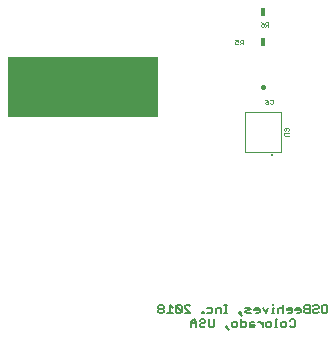
<source format=gbo>
G75*
%MOIN*%
%OFA0B0*%
%FSLAX25Y25*%
%IPPOS*%
%LPD*%
%AMOC8*
5,1,8,0,0,1.08239X$1,22.5*
%
%ADD10C,0.00500*%
%ADD11R,0.50000X0.20000*%
%ADD12C,0.01500*%
%ADD13C,0.00100*%
%ADD14R,0.01500X0.03000*%
%ADD15C,0.00039*%
%ADD16C,0.00984*%
D10*
X0151638Y0016640D02*
X0152089Y0016190D01*
X0152990Y0016190D01*
X0153440Y0016640D01*
X0153440Y0017091D01*
X0152990Y0017541D01*
X0152089Y0017541D01*
X0151638Y0017091D01*
X0151638Y0016640D01*
X0152089Y0017541D02*
X0151638Y0017992D01*
X0151638Y0018442D01*
X0152089Y0018892D01*
X0152990Y0018892D01*
X0153440Y0018442D01*
X0153440Y0017992D01*
X0152990Y0017541D01*
X0154585Y0016190D02*
X0156386Y0016190D01*
X0155486Y0016190D02*
X0155486Y0018892D01*
X0156386Y0017992D01*
X0157531Y0018442D02*
X0157531Y0016640D01*
X0157982Y0016190D01*
X0158883Y0016190D01*
X0159333Y0016640D01*
X0157531Y0018442D01*
X0157982Y0018892D01*
X0158883Y0018892D01*
X0159333Y0018442D01*
X0159333Y0016640D01*
X0160478Y0016190D02*
X0162280Y0016190D01*
X0160478Y0017992D01*
X0160478Y0018442D01*
X0160928Y0018892D01*
X0161829Y0018892D01*
X0162280Y0018442D01*
X0166249Y0016640D02*
X0166249Y0016190D01*
X0166699Y0016190D01*
X0166699Y0016640D01*
X0166249Y0016640D01*
X0167844Y0016190D02*
X0169195Y0016190D01*
X0169646Y0016640D01*
X0169646Y0017541D01*
X0169195Y0017992D01*
X0167844Y0017992D01*
X0170791Y0017541D02*
X0170791Y0016190D01*
X0170791Y0017541D02*
X0171241Y0017992D01*
X0172592Y0017992D01*
X0172592Y0016190D01*
X0173656Y0016190D02*
X0174557Y0016190D01*
X0174106Y0016190D02*
X0174106Y0018892D01*
X0173656Y0018892D02*
X0174557Y0018892D01*
X0178567Y0016640D02*
X0179017Y0016640D01*
X0179017Y0016190D01*
X0178567Y0016190D01*
X0178567Y0016640D01*
X0178567Y0016190D02*
X0179468Y0015289D01*
X0179139Y0014092D02*
X0179139Y0011390D01*
X0180490Y0011390D01*
X0180941Y0011840D01*
X0180941Y0012741D01*
X0180490Y0013192D01*
X0179139Y0013192D01*
X0177994Y0012741D02*
X0177994Y0011840D01*
X0177544Y0011390D01*
X0176643Y0011390D01*
X0176193Y0011840D01*
X0176193Y0012741D01*
X0176643Y0013192D01*
X0177544Y0013192D01*
X0177994Y0012741D01*
X0174597Y0011840D02*
X0174597Y0011390D01*
X0174147Y0011390D01*
X0174147Y0011840D01*
X0174597Y0011840D01*
X0174147Y0011390D02*
X0175048Y0010489D01*
X0170137Y0011840D02*
X0169687Y0011390D01*
X0168786Y0011390D01*
X0168335Y0011840D01*
X0168335Y0014092D01*
X0167190Y0013642D02*
X0166740Y0014092D01*
X0165839Y0014092D01*
X0165389Y0013642D01*
X0165839Y0012741D02*
X0165389Y0012291D01*
X0165389Y0011840D01*
X0165839Y0011390D01*
X0166740Y0011390D01*
X0167190Y0011840D01*
X0166740Y0012741D02*
X0165839Y0012741D01*
X0166740Y0012741D02*
X0167190Y0013192D01*
X0167190Y0013642D01*
X0164244Y0013192D02*
X0164244Y0011390D01*
X0164244Y0012741D02*
X0162442Y0012741D01*
X0162442Y0013192D02*
X0162442Y0011390D01*
X0162442Y0013192D02*
X0163343Y0014092D01*
X0164244Y0013192D01*
X0170137Y0014092D02*
X0170137Y0011840D01*
X0180613Y0016640D02*
X0181063Y0017091D01*
X0181964Y0017091D01*
X0182414Y0017541D01*
X0181964Y0017992D01*
X0180613Y0017992D01*
X0180613Y0016640D02*
X0181063Y0016190D01*
X0182414Y0016190D01*
X0183559Y0017091D02*
X0185361Y0017091D01*
X0185361Y0017541D02*
X0184910Y0017992D01*
X0184009Y0017992D01*
X0183559Y0017541D01*
X0183559Y0017091D01*
X0184009Y0016190D02*
X0184910Y0016190D01*
X0185361Y0016640D01*
X0185361Y0017541D01*
X0186506Y0017992D02*
X0187406Y0016190D01*
X0188307Y0017992D01*
X0189821Y0017992D02*
X0189821Y0016190D01*
X0190271Y0016190D02*
X0189371Y0016190D01*
X0189821Y0017992D02*
X0190271Y0017992D01*
X0189821Y0018892D02*
X0189821Y0019343D01*
X0191416Y0017541D02*
X0191416Y0016190D01*
X0191416Y0017541D02*
X0191867Y0017992D01*
X0192768Y0017992D01*
X0193218Y0017541D01*
X0194363Y0017541D02*
X0194363Y0017091D01*
X0196164Y0017091D01*
X0196164Y0017541D02*
X0195714Y0017992D01*
X0194813Y0017992D01*
X0194363Y0017541D01*
X0194813Y0016190D02*
X0195714Y0016190D01*
X0196164Y0016640D01*
X0196164Y0017541D01*
X0197309Y0017541D02*
X0197309Y0017091D01*
X0199111Y0017091D01*
X0199111Y0017541D02*
X0198661Y0017992D01*
X0197760Y0017992D01*
X0197309Y0017541D01*
X0197760Y0016190D02*
X0198661Y0016190D01*
X0199111Y0016640D01*
X0199111Y0017541D01*
X0200256Y0017091D02*
X0200256Y0016640D01*
X0200706Y0016190D01*
X0202058Y0016190D01*
X0202058Y0018892D01*
X0200706Y0018892D01*
X0200256Y0018442D01*
X0200256Y0017992D01*
X0200706Y0017541D01*
X0202058Y0017541D01*
X0203202Y0017091D02*
X0203202Y0016640D01*
X0203653Y0016190D01*
X0204554Y0016190D01*
X0205004Y0016640D01*
X0204554Y0017541D02*
X0203653Y0017541D01*
X0203202Y0017091D01*
X0203202Y0018442D02*
X0203653Y0018892D01*
X0204554Y0018892D01*
X0205004Y0018442D01*
X0205004Y0017992D01*
X0204554Y0017541D01*
X0206149Y0016640D02*
X0206149Y0018442D01*
X0206599Y0018892D01*
X0207500Y0018892D01*
X0207951Y0018442D01*
X0207951Y0016640D01*
X0207500Y0016190D01*
X0206599Y0016190D01*
X0206149Y0016640D01*
X0200706Y0017541D02*
X0200256Y0017091D01*
X0197147Y0013642D02*
X0196696Y0014092D01*
X0195795Y0014092D01*
X0195345Y0013642D01*
X0194200Y0012741D02*
X0194200Y0011840D01*
X0193750Y0011390D01*
X0192849Y0011390D01*
X0192399Y0011840D01*
X0192399Y0012741D01*
X0192849Y0013192D01*
X0193750Y0013192D01*
X0194200Y0012741D01*
X0195345Y0011840D02*
X0195795Y0011390D01*
X0196696Y0011390D01*
X0197147Y0011840D01*
X0197147Y0013642D01*
X0191254Y0014092D02*
X0190803Y0014092D01*
X0190803Y0011390D01*
X0190353Y0011390D02*
X0191254Y0011390D01*
X0189289Y0011840D02*
X0189289Y0012741D01*
X0188839Y0013192D01*
X0187938Y0013192D01*
X0187488Y0012741D01*
X0187488Y0011840D01*
X0187938Y0011390D01*
X0188839Y0011390D01*
X0189289Y0011840D01*
X0186343Y0011390D02*
X0186343Y0013192D01*
X0185442Y0013192D02*
X0184992Y0013192D01*
X0185442Y0013192D02*
X0186343Y0012291D01*
X0183887Y0011840D02*
X0183437Y0011390D01*
X0182086Y0011390D01*
X0182086Y0012741D01*
X0182536Y0013192D01*
X0183437Y0013192D01*
X0183437Y0012291D02*
X0182086Y0012291D01*
X0183437Y0012291D02*
X0183887Y0011840D01*
X0193218Y0016190D02*
X0193218Y0018892D01*
D11*
X0126500Y0091500D03*
D12*
X0186500Y0091390D02*
X0186500Y0091610D01*
D13*
X0187322Y0087351D02*
X0187823Y0087101D01*
X0188323Y0086601D01*
X0187573Y0086601D01*
X0187322Y0086350D01*
X0187322Y0086100D01*
X0187573Y0085850D01*
X0188073Y0085850D01*
X0188323Y0086100D01*
X0188323Y0086601D01*
X0188796Y0087101D02*
X0189046Y0087351D01*
X0189546Y0087351D01*
X0189797Y0087101D01*
X0189797Y0086100D01*
X0189546Y0085850D01*
X0189046Y0085850D01*
X0188796Y0086100D01*
X0193793Y0077820D02*
X0193543Y0077570D01*
X0193543Y0077070D01*
X0193793Y0076819D01*
X0193793Y0076347D02*
X0195044Y0076347D01*
X0194794Y0076819D02*
X0195044Y0077070D01*
X0195044Y0077570D01*
X0194794Y0077820D01*
X0194544Y0077820D01*
X0194294Y0077570D01*
X0194043Y0077820D01*
X0193793Y0077820D01*
X0194294Y0077570D02*
X0194294Y0077320D01*
X0193793Y0076347D02*
X0193543Y0076097D01*
X0193543Y0075596D01*
X0193793Y0075346D01*
X0195044Y0075346D01*
X0179750Y0105750D02*
X0179750Y0107251D01*
X0178999Y0107251D01*
X0178749Y0107001D01*
X0178749Y0106501D01*
X0178999Y0106250D01*
X0179750Y0106250D01*
X0179250Y0106250D02*
X0178749Y0105750D01*
X0178277Y0106000D02*
X0178027Y0105750D01*
X0177526Y0105750D01*
X0177276Y0106000D01*
X0177276Y0106501D01*
X0177526Y0106751D01*
X0177776Y0106751D01*
X0178277Y0106501D01*
X0178277Y0107251D01*
X0177276Y0107251D01*
X0185776Y0111900D02*
X0186026Y0111650D01*
X0186527Y0111650D01*
X0186777Y0111900D01*
X0186777Y0112401D01*
X0186026Y0112401D01*
X0185776Y0112150D01*
X0185776Y0111900D01*
X0186276Y0112901D02*
X0186777Y0112401D01*
X0187249Y0112401D02*
X0187499Y0112150D01*
X0188250Y0112150D01*
X0188250Y0111650D02*
X0188250Y0113151D01*
X0187499Y0113151D01*
X0187249Y0112901D01*
X0187249Y0112401D01*
X0187750Y0112150D02*
X0187249Y0111650D01*
X0186276Y0112901D02*
X0185776Y0113151D01*
D14*
X0186500Y0116500D03*
X0186500Y0106500D03*
D15*
X0180594Y0083193D02*
X0180594Y0069807D01*
X0192406Y0069807D01*
X0192406Y0083193D01*
X0180594Y0083193D01*
D16*
X0189453Y0068823D03*
M02*

</source>
